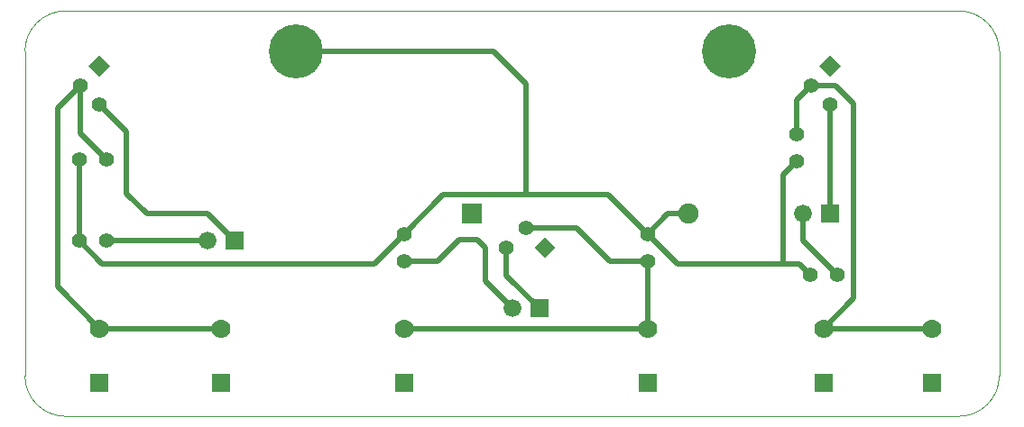
<source format=gtl>
G04 #@! TF.FileFunction,Copper,L1,Top,Signal*
%FSLAX46Y46*%
G04 Gerber Fmt 4.6, Leading zero omitted, Abs format (unit mm)*
G04 Created by KiCad (PCBNEW (2015-07-01 BZR 5850)-product) date Fri Aug 21 14:42:13 2015*
%MOMM*%
G01*
G04 APERTURE LIST*
%ADD10C,0.150000*%
%ADD11C,0.100000*%
%ADD12R,1.905000X1.905000*%
%ADD13C,1.905000*%
%ADD14C,1.778000*%
%ADD15R,1.778000X1.778000*%
%ADD16C,5.080000*%
%ADD17C,1.676400*%
%ADD18R,1.676400X1.676400*%
%ADD19C,1.397000*%
%ADD20C,0.508000*%
G04 APERTURE END LIST*
D10*
D11*
X262890000Y-170180000D02*
X262890000Y-200660000D01*
X175260000Y-166370000D02*
X259080000Y-166370000D01*
X171450000Y-200660000D02*
X171450000Y-170180000D01*
X259080000Y-204470000D02*
X175260000Y-204470000D01*
X259080000Y-204470000D02*
G75*
G03X262890000Y-200660000I0J3810000D01*
G01*
X175260000Y-166370000D02*
G75*
G03X171450000Y-170180000I0J-3810000D01*
G01*
X262890000Y-170180000D02*
G75*
G03X259080000Y-166370000I-3810000J0D01*
G01*
X171450000Y-200660000D02*
G75*
G03X175260000Y-204470000I3810000J0D01*
G01*
D12*
X213360000Y-185420000D03*
D13*
X233680000Y-185420000D03*
D14*
X207010000Y-196215000D03*
D15*
X207010000Y-201295000D03*
D14*
X178435000Y-196215000D03*
D15*
X178435000Y-201295000D03*
D14*
X246380000Y-196215000D03*
D15*
X246380000Y-201295000D03*
D16*
X196850000Y-170180000D03*
X237490000Y-170180000D03*
D14*
X229870000Y-196215000D03*
D15*
X229870000Y-201295000D03*
D14*
X256540000Y-196215000D03*
D15*
X256540000Y-201295000D03*
D14*
X189865000Y-196215000D03*
D15*
X189865000Y-201295000D03*
D17*
X217170000Y-194310000D03*
D18*
X219710000Y-194310000D03*
D17*
X244475000Y-185420000D03*
D18*
X247015000Y-185420000D03*
D17*
X188595000Y-187960000D03*
D18*
X191135000Y-187960000D03*
D10*
G36*
X178435000Y-172546777D02*
X177447172Y-171558949D01*
X178435000Y-170571121D01*
X179422828Y-171558949D01*
X178435000Y-172546777D01*
X178435000Y-172546777D01*
G37*
D19*
X176638949Y-173355000D03*
X178435000Y-175151051D03*
D10*
G36*
X219248223Y-188595000D02*
X220236051Y-187607172D01*
X221223879Y-188595000D01*
X220236051Y-189582828D01*
X219248223Y-188595000D01*
X219248223Y-188595000D01*
G37*
D19*
X218440000Y-186798949D03*
X216643949Y-188595000D03*
D10*
G36*
X247015000Y-172546777D02*
X246027172Y-171558949D01*
X247015000Y-170571121D01*
X248002828Y-171558949D01*
X247015000Y-172546777D01*
X247015000Y-172546777D01*
G37*
D19*
X245218949Y-173355000D03*
X247015000Y-175151051D03*
X176530000Y-180340000D03*
X179070000Y-180340000D03*
X207010000Y-187325000D03*
X207010000Y-189865000D03*
X229870000Y-187325000D03*
X229870000Y-189865000D03*
X245110000Y-191135000D03*
X247650000Y-191135000D03*
X243840000Y-180467000D03*
X243840000Y-177927000D03*
X176530000Y-187960000D03*
X179070000Y-187960000D03*
D20*
X233680000Y-185420000D02*
X231775000Y-185420000D01*
X231775000Y-185420000D02*
X229870000Y-187325000D01*
X235077000Y-190119000D02*
X232664000Y-190119000D01*
X235077000Y-190119000D02*
X242570000Y-190119000D01*
X232664000Y-190119000D02*
X229870000Y-187325000D01*
X242570000Y-184023000D02*
X242570000Y-181737000D01*
X242570000Y-181737000D02*
X243840000Y-180467000D01*
X242570000Y-184023000D02*
X242570000Y-190119000D01*
X244094000Y-190119000D02*
X245110000Y-191135000D01*
X242570000Y-190119000D02*
X244094000Y-190119000D01*
X182626000Y-190119000D02*
X178689000Y-190119000D01*
X178689000Y-190119000D02*
X176530000Y-187960000D01*
X204216000Y-190119000D02*
X207010000Y-187325000D01*
X182626000Y-190119000D02*
X204216000Y-190119000D01*
X218440000Y-183642000D02*
X218440000Y-173228000D01*
X215392000Y-170180000D02*
X196850000Y-170180000D01*
X218440000Y-173228000D02*
X215392000Y-170180000D01*
X215138000Y-183642000D02*
X210693000Y-183642000D01*
X215138000Y-183642000D02*
X218440000Y-183642000D01*
X210693000Y-183642000D02*
X207010000Y-187325000D01*
X226187000Y-183642000D02*
X229870000Y-187325000D01*
X218440000Y-183642000D02*
X226187000Y-183642000D01*
X176530000Y-180340000D02*
X176530000Y-187960000D01*
X249237500Y-175069500D02*
X249237500Y-193357500D01*
X249237500Y-193357500D02*
X246380000Y-196215000D01*
X243840000Y-177927000D02*
X243840000Y-174733949D01*
X243840000Y-174733949D02*
X245218949Y-173355000D01*
X247523000Y-173355000D02*
X245218949Y-173355000D01*
X249237500Y-175069500D02*
X247523000Y-173355000D01*
X256540000Y-196215000D02*
X250317000Y-196215000D01*
X250317000Y-196215000D02*
X246380000Y-196215000D01*
X207010000Y-196215000D02*
X229870000Y-196215000D01*
X218440000Y-186798949D02*
X223247949Y-186798949D01*
X226314000Y-189865000D02*
X229870000Y-189865000D01*
X223247949Y-186798949D02*
X226314000Y-189865000D01*
X229870000Y-189865000D02*
X229870000Y-196215000D01*
X174498000Y-175495949D02*
X174498000Y-192278000D01*
X174498000Y-192278000D02*
X178435000Y-196215000D01*
X174498000Y-175495949D02*
X176638949Y-173355000D01*
X178435000Y-196215000D02*
X189865000Y-196215000D01*
X176638949Y-173355000D02*
X176638949Y-177908949D01*
X176638949Y-177908949D02*
X179070000Y-180340000D01*
X244475000Y-185420000D02*
X244475000Y-187960000D01*
X244475000Y-187960000D02*
X247650000Y-191135000D01*
X247015000Y-185420000D02*
X247015000Y-175151051D01*
X207010000Y-189865000D02*
X210185000Y-189865000D01*
X214630000Y-191770000D02*
X217170000Y-194310000D01*
X214630000Y-188595000D02*
X214630000Y-191770000D01*
X213868000Y-187833000D02*
X214630000Y-188595000D01*
X212217000Y-187833000D02*
X213868000Y-187833000D01*
X210185000Y-189865000D02*
X212217000Y-187833000D01*
X216643949Y-188595000D02*
X216643949Y-191243949D01*
X216643949Y-191243949D02*
X219710000Y-194310000D01*
X179070000Y-187960000D02*
X188595000Y-187960000D01*
X182880000Y-185420000D02*
X188595000Y-185420000D01*
X188595000Y-185420000D02*
X191135000Y-187960000D01*
X180975000Y-177691051D02*
X178435000Y-175151051D01*
X180975000Y-183515000D02*
X180975000Y-177691051D01*
X182880000Y-185420000D02*
X180975000Y-183515000D01*
M02*

</source>
